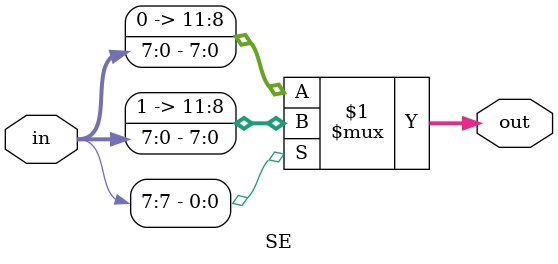
<source format=v>
module SE(
	input [7:0] in,
	output [11:0] out
);
	assign out = in[7] ? {4'b1111, in} : {4'b0000, in};
endmodule
</source>
